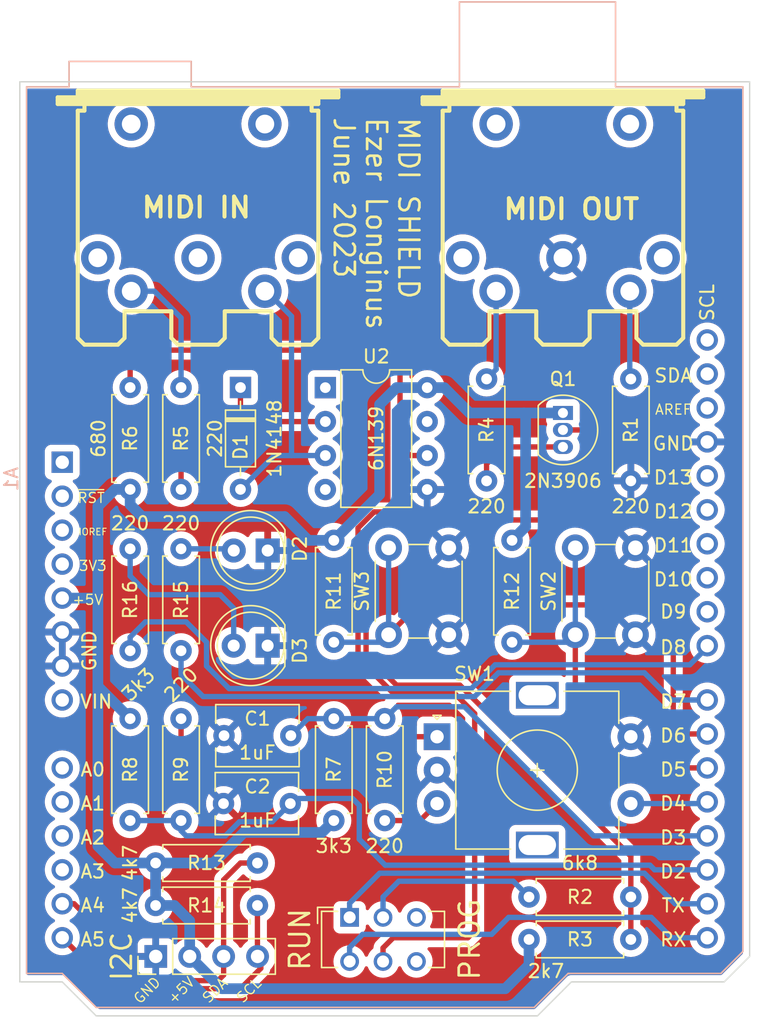
<source format=kicad_pcb>
(kicad_pcb (version 20211014) (generator pcbnew)
  (layers (0 "F.Cu" signal) (31 "B.Cu" signal) (34 "B.Paste" user) (35 "F.Paste" user) (36 "B.SilkS" user "B.Silkscreen") (37 "F.SilkS" user "F.Silkscreen") (38 "B.Mask" user) (39 "F.Mask" user) (44 "Edge.Cuts" user))
  (net 0 "")
  (net 1 "GND")
  (net 2 "+5V")
  (net 5 "Net-(J2-Pad5)")
  (net 8 "Net-(J2-Pad4)")
  (net 9 "Net-(Q1-Pad2)")
  (net 10 "Net-(Q1-Pad3)")
  (net 11 "Net-(D1-Pad1)")
  (net 12 "Net-(D1-Pad2)")
  (net 14 "Net-(J3-Pad4)")
  (net 20 "D3")
  (net 21 "D2")
  (net 24 "D4")
  (net 31 "D5")
  (net 32 "D6")
  (net 40 "Net-(R9-Pad2)")
  (net 41 "Net-(R10-Pad2)")
  (net 42 "SDA")
  (net 43 "SCL")
  (net 44 "RX")
  (net 45 "TX")
  (net 46 "Net-(R2-Pad1)")
  (net 47 "Net-(R6-Pad1)")
  (net 50 "Net-(D2-Pad2)")
  (net 51 "Net-(D3-Pad2)")
  (net 52 "D7")
  (net 53 "D8")
  (footprint "LED_THT:LED_D5.0mm" (layer "F.Cu") (at 140.467 90.932 180)
    (fp_text reference "D2" (at -2.408 0.127 90) (layer "F.SilkS"))
    (fp_text value "LED")
    (pad "1" thru_hole rect (at 0 0 180) (size 1.8 1.8) (drill 0.9) (layers *.Cu *.Mask) (net 1 "GND"))
    (pad "2" thru_hole circle (at 2.54 0 180) (size 1.8 1.8) (drill 0.9) (layers *.Cu *.Mask) (net 50 "Net-(D2-Pad2)"))
  )
  (footprint "Rotary_Encoder:RotaryEncoder_Alps_EC11E-Switch_Vertical_H20mm" (layer "F.Cu") (at 153.14 104.855)
    (fp_text reference "SW1" (at 2.8 -4.7) (layer "F.SilkS"))
    (fp_text value "RotaryEncoder_Switch")
    (pad "A" thru_hole rect (at 0 0) (size 2 2) (drill 1) (layers *.Cu *.Mask) (net 40 "Net-(R9-Pad2)"))
    (pad "B" thru_hole circle (at 0 5) (size 2 2) (drill 1) (layers *.Cu *.Mask) (net 41 "Net-(R10-Pad2)"))
    (pad "C" thru_hole circle (at 0 2.5) (size 2 2) (drill 1) (layers *.Cu *.Mask) (net 1 "GND"))
    (pad "MP" thru_hole rect (at 7.5 8.1) (size 3.2 2) (drill oval 2.8 1.5) (layers *.Cu *.Mask))
    (pad "MP" thru_hole rect (at 7.5 -3.1) (size 3.2 2) (drill oval 2.8 1.5) (layers *.Cu *.Mask))
    (pad "S1" thru_hole circle (at 14.5 5) (size 2 2) (drill 1) (layers *.Cu *.Mask) (net 24 "D4"))
    (pad "S2" thru_hole circle (at 14.5 0) (size 2 2) (drill 1) (layers *.Cu *.Mask) (net 1 "GND"))
  )
  (footprint "Resistor_THT:R_Axial_DIN0207_L6.3mm_D2.5mm_P7.62mm_Horizontal" (layer "F.Cu") (at 145.415 103.505 -90)
    (fp_text reference "R7" (at 3.81 0 90) (layer "F.SilkS"))
    (fp_text value "3k3" (at 9.525 0 180) (layer "F.SilkS"))
    (pad "1" thru_hole circle (at 0 0 270) (size 1.6 1.6) (drill 0.8) (layers *.Cu *.Mask) (net 20 "D3"))
    (pad "2" thru_hole oval (at 7.62 0 270) (size 1.6 1.6) (drill 0.8) (layers *.Cu *.Mask) (net 2 "+5V"))
  )
  (footprint "Resistor_THT:R_Axial_DIN0207_L6.3mm_D2.5mm_P7.62mm_Horizontal" (layer "F.Cu") (at 130.175 98.425 90)
    (fp_text reference "R16" (at 3.81 0 90) (layer "F.SilkS"))
    (fp_text value "220" (at 9.525 0 180) (layer "F.SilkS"))
    (pad "1" thru_hole circle (at 0 0 90) (size 1.6 1.6) (drill 0.8) (layers *.Cu *.Mask) (net 53 "D8"))
    (pad "2" thru_hole oval (at 7.62 0 90) (size 1.6 1.6) (drill 0.8) (layers *.Cu *.Mask) (net 51 "Net-(D3-Pad2)"))
  )
  (footprint "Resistor_THT:R_Axial_DIN0207_L6.3mm_D2.5mm_P7.62mm_Horizontal" (layer "F.Cu") (at 133.985 78.74 -90)
    (fp_text reference "R5" (at 3.81 0 90) (layer "F.SilkS"))
    (fp_text value "220" (at 3.81 -2.54 90) (layer "F.SilkS"))
    (pad "1" thru_hole circle (at 0 0 270) (size 1.6 1.6) (drill 0.8) (layers *.Cu *.Mask) (net 14 "Net-(J3-Pad4)"))
    (pad "2" thru_hole oval (at 7.62 0 270) (size 1.6 1.6) (drill 0.8) (layers *.Cu *.Mask) (net 11 "Net-(D1-Pad1)"))
  )
  (footprint "Button_Switch_THT:SW_PUSH_6mm" (layer "F.Cu") (at 149.515 97.23 90)
    (fp_text reference "SW3" (at 3.25 -2 90) (layer "F.SilkS"))
    (fp_text value "SW_Push")
    (pad "1" thru_hole circle (at 0 0 180) (size 2 2) (drill 1.1) (layers *.Cu *.Mask) (net 32 "D6"))
    (pad "1" thru_hole circle (at 6.5 0 180) (size 2 2) (drill 1.1) (layers *.Cu *.Mask) (net 32 "D6"))
    (pad "2" thru_hole circle (at 6.5 4.5 180) (size 2 2) (drill 1.1) (layers *.Cu *.Mask) (net 1 "GND"))
    (pad "2" thru_hole circle (at 0 4.5 180) (size 2 2) (drill 1.1) (layers *.Cu *.Mask) (net 1 "GND"))
  )
  (footprint "w_conn_av:din-5" (layer "F.Cu") (at 135.255 66.04 180)
    (fp_text reference "J3")
    (fp_text value "MIDI IN" (at 0.127 0.762) (layer "F.SilkS") (effects (font (size 1.5 1.5) (thickness 0.3))))
    (pad "1" thru_hole circle locked (at 7.5 -3 180) (size 2.5 2.5) (drill 1.4) (layers *.Cu *.Mask))
    (pad "2" thru_hole circle locked (at 0 -3 180) (size 2.5 2.5) (drill 1.4) (layers *.Cu *.Mask))
    (pad "3" thru_hole circle locked (at -7.5 -3 180) (size 2.5 2.5) (drill 1.4) (layers *.Cu *.Mask))
    (pad "4" thru_hole circle locked (at 5 -5.5 180) (size 2.5 2.5) (drill 1.4) (layers *.Cu *.Mask) (net 14 "Net-(J3-Pad4)"))
    (pad "5" thru_hole circle locked (at -5 -5.5 180) (size 2.5 2.5) (drill 1.4) (layers *.Cu *.Mask) (net 12 "Net-(D1-Pad2)"))
    (pad "6" thru_hole circle locked (at 5 7 180) (size 2.5 2.5) (drill 1.4) (layers *.Cu *.Mask))
    (pad "6" thru_hole circle locked (at -5 7 180) (size 2.5 2.5) (drill 1.4) (layers *.Cu *.Mask))
  )
  (footprint "Capacitor_THT:C_Disc_D6.0mm_W4.4mm_P5.00mm" (layer "F.Cu") (at 142.2 104.775 180)
    (fp_text reference "C1" (at 2.5 1.27) (layer "F.SilkS"))
    (fp_text value "1uF" (at 2.5 -1.27) (layer "F.SilkS"))
    (pad "1" thru_hole circle (at 0 0 180) (size 1.6 1.6) (drill 0.8) (layers *.Cu *.Mask) (net 20 "D3"))
    (pad "2" thru_hole circle (at 5 0 180) (size 1.6 1.6) (drill 0.8) (layers *.Cu *.Mask) (net 1 "GND"))
  )
  (footprint "Resistor_THT:R_Axial_DIN0207_L6.3mm_D2.5mm_P7.62mm_Horizontal" (layer "F.Cu") (at 133.985 98.425 90)
    (fp_text reference "R15" (at 3.81 0 90) (layer "F.SilkS"))
    (fp_text value "220" (at 9.525 0 180) (layer "F.SilkS"))
    (pad "1" thru_hole circle (at 0 0 90) (size 1.6 1.6) (drill 0.8) (layers *.Cu *.Mask) (net 52 "D7"))
    (pad "2" thru_hole oval (at 7.62 0 90) (size 1.6 1.6) (drill 0.8) (layers *.Cu *.Mask) (net 50 "Net-(D2-Pad2)"))
  )
  (footprint "Resistor_THT:R_Axial_DIN0207_L6.3mm_D2.5mm_P7.62mm_Horizontal" (layer "F.Cu") (at 133.985 111.125 90)
    (fp_text reference "R9" (at 3.81 0 90) (layer "F.SilkS"))
    (fp_text value "220" (at 10.16 0 225) (layer "F.SilkS"))
    (pad "1" thru_hole circle (at 0 0 90) (size 1.6 1.6) (drill 0.8) (layers *.Cu *.Mask) (net 21 "D2"))
    (pad "2" thru_hole oval (at 7.62 0 90) (size 1.6 1.6) (drill 0.8) (layers *.Cu *.Mask) (net 40 "Net-(R9-Pad2)"))
  )
  (footprint "Button_Switch_THT:SW_PUSH_6mm" (layer "F.Cu") (at 163.485 97.23 90)
    (fp_text reference "SW2" (at 3.25 -2 90) (layer "F.SilkS"))
    (fp_text value "SW_Push")
    (pad "1" thru_hole circle (at 0 0 180) (size 2 2) (drill 1.1) (layers *.Cu *.Mask) (net 31 "D5"))
    (pad "1" thru_hole circle (at 6.5 0 180) (size 2 2) (drill 1.1) (layers *.Cu *.Mask) (net 31 "D5"))
    (pad "2" thru_hole circle (at 0 4.5 180) (size 2 2) (drill 1.1) (layers *.Cu *.Mask) (net 1 "GND"))
    (pad "2" thru_hole circle (at 6.5 4.5 180) (size 2 2) (drill 1.1) (layers *.Cu *.Mask) (net 1 "GND"))
  )
  (footprint "Resistor_THT:R_Axial_DIN0207_L6.3mm_D2.5mm_P7.62mm_Horizontal" (layer "F.Cu") (at 160.02 120.015)
    (fp_text reference "R3" (at 3.81 0) (layer "F.SilkS"))
    (fp_text value "2k7" (at 1.27 2.37) (layer "F.SilkS"))
    (pad "1" thru_hole circle (at 0 0) (size 1.6 1.6) (drill 0.8) (layers *.Cu *.Mask) (net 2 "+5V"))
    (pad "2" thru_hole oval (at 7.62 0) (size 1.6 1.6) (drill 0.8) (layers *.Cu *.Mask) (net 9 "Net-(Q1-Pad2)"))
  )
  (footprint "Resistor_THT:R_Axial_DIN0207_L6.3mm_D2.5mm_P7.62mm_Horizontal" (layer "F.Cu") (at 139.7 114.3 180)
    (fp_text reference "R13" (at 3.81 0) (layer "F.SilkS"))
    (fp_text value "4k7" (at 9.525 0 90) (layer "F.SilkS"))
    (pad "1" thru_hole circle (at 0 0 180) (size 1.6 1.6) (drill 0.8) (layers *.Cu *.Mask) (net 42 "SDA"))
    (pad "2" thru_hole oval (at 7.62 0 180) (size 1.6 1.6) (drill 0.8) (layers *.Cu *.Mask) (net 2 "+5V"))
  )
  (footprint "Resistor_THT:R_Axial_DIN0207_L6.3mm_D2.5mm_P7.62mm_Horizontal" (layer "F.Cu") (at 145.415 97.79 90)
    (fp_text reference "R11" (at 3.81 0 90) (layer "F.SilkS"))
    (fp_text value "10k")
    (pad "1" thru_hole circle (at 0 0 90) (size 1.6 1.6) (drill 0.8) (layers *.Cu *.Mask) (net 32 "D6"))
    (pad "2" thru_hole oval (at 7.62 0 90) (size 1.6 1.6) (drill 0.8) (layers *.Cu *.Mask) (net 2 "+5V"))
  )
  (footprint "Capacitor_THT:C_Disc_D6.0mm_W4.4mm_P5.00mm" (layer "F.Cu") (at 142.16 109.855 180)
    (fp_text reference "C2" (at 2.46 1.27) (layer "F.SilkS"))
    (fp_text value "1uF" (at 2.46 -1.27) (layer "F.SilkS"))
    (pad "1" thru_hole circle (at 0 0 180) (size 1.6 1.6) (drill 0.8) (layers *.Cu *.Mask) (net 21 "D2"))
    (pad "2" thru_hole circle (at 5 0 180) (size 1.6 1.6) (drill 0.8) (layers *.Cu *.Mask) (net 1 "GND"))
  )
  (footprint "Resistor_THT:R_Axial_DIN0207_L6.3mm_D2.5mm_P7.62mm_Horizontal" (layer "F.Cu") (at 167.64 78.105 -90)
    (fp_text reference "R1" (at 3.81 0 90) (layer "F.SilkS"))
    (fp_text value "220" (at 9.525 0 180) (layer "F.SilkS"))
    (pad "1" thru_hole circle (at 0 0 270) (size 1.6 1.6) (drill 0.8) (layers *.Cu *.Mask) (net 5 "Net-(J2-Pad5)"))
    (pad "2" thru_hole oval (at 7.62 0 270) (size 1.6 1.6) (drill 0.8) (layers *.Cu *.Mask) (net 1 "GND"))
  )
  (footprint "Resistor_THT:R_Axial_DIN0207_L6.3mm_D2.5mm_P7.62mm_Horizontal" (layer "F.Cu") (at 139.7 117.475 180)
    (fp_text reference "R14" (at 3.81 0) (layer "F.SilkS"))
    (fp_text value "4k7" (at 9.525 0 90) (layer "F.SilkS"))
    (pad "1" thru_hole circle (at 0 0 180) (size 1.6 1.6) (drill 0.8) (layers *.Cu *.Mask) (net 43 "SCL"))
    (pad "2" thru_hole oval (at 7.62 0 180) (size 1.6 1.6) (drill 0.8) (layers *.Cu *.Mask) (net 2 "+5V"))
  )
  (footprint "Package_TO_SOT_THT:TO-92_Inline" (layer "F.Cu") (at 162.56 80.645 -90)
    (fp_text reference "Q1" (at -2.54 0 180) (layer "F.SilkS"))
    (fp_text value "2N3906" (at 5.08 0 180) (layer "F.SilkS"))
    (pad "1" thru_hole rect (at 0 0 270) (size 1.05 1.5) (drill 0.75) (layers *.Cu *.Mask) (net 2 "+5V"))
    (pad "2" thru_hole oval (at 1.27 0 270) (size 1.05 1.5) (drill 0.75) (layers *.Cu *.Mask) (net 9 "Net-(Q1-Pad2)"))
    (pad "3" thru_hole oval (at 2.54 0 270) (size 1.05 1.5) (drill 0.75) (layers *.Cu *.Mask) (net 10 "Net-(Q1-Pad3)"))
  )
  (footprint "Resistor_THT:R_Axial_DIN0207_L6.3mm_D2.5mm_P7.62mm_Horizontal" (layer "F.Cu") (at 130.175 78.74 -90)
    (fp_text reference "R6" (at 3.81 0 90) (layer "F.SilkS"))
    (fp_text value "680" (at 3.81 2.37 90) (layer "F.SilkS"))
    (pad "1" thru_hole circle (at 0 0 270) (size 1.6 1.6) (drill 0.8) (layers *.Cu *.Mask) (net 47 "Net-(R6-Pad1)"))
    (pad "2" thru_hole oval (at 7.62 0 270) (size 1.6 1.6) (drill 0.8) (layers *.Cu *.Mask) (net 2 "+5V"))
  )
  (footprint "LED_THT:LED_D5.0mm" (layer "F.Cu") (at 140.462 98.044 180)
    (fp_text reference "D3" (at -2.413 -0.381 90) (layer "F.SilkS"))
    (fp_text value "LED")
    (pad "1" thru_hole rect (at 0 0 180) (size 1.8 1.8) (drill 0.9) (layers *.Cu *.Mask) (net 1 "GND"))
    (pad "2" thru_hole circle (at 2.54 0 180) (size 1.8 1.8) (drill 0.9) (layers *.Cu *.Mask) (net 51 "Net-(D3-Pad2)"))
  )
  (footprint "w_conn_av:din-5" (layer "F.Cu") (at 162.56 66.04 180)
    (fp_text reference "J2")
    (fp_text value "MIDI OUT" (at -0.635 0.635) (layer "F.SilkS") (effects (font (size 1.5 1.5) (thickness 0.3))))
    (pad "1" thru_hole circle locked (at 7.5 -3 180) (size 2.5 2.5) (drill 1.4) (layers *.Cu *.Mask))
    (pad "2" thru_hole circle locked (at 0 -3 180) (size 2.5 2.5) (drill 1.4) (layers *.Cu *.Mask) (net 1 "GND"))
    (pad "3" thru_hole circle locked (at -7.5 -3 180) (size 2.5 2.5) (drill 1.4) (layers *.Cu *.Mask))
    (pad "4" thru_hole circle locked (at 5 -5.5 180) (size 2.5 2.5) (drill 1.4) (layers *.Cu *.Mask) (net 8 "Net-(J2-Pad4)"))
    (pad "5" thru_hole circle locked (at -5 -5.5 180) (size 2.5 2.5) (drill 1.4) (layers *.Cu *.Mask) (net 5 "Net-(J2-Pad5)"))
    (pad "6" thru_hole circle locked (at -5 7 180) (size 2.5 2.5) (drill 1.4) (layers *.Cu *.Mask))
    (pad "6" thru_hole circle locked (at 5 7 180) (size 2.5 2.5) (drill 1.4) (layers *.Cu *.Mask))
  )
  (footprint "Package_DIP:DIP-8_W7.62mm" (layer "F.Cu") (at 144.78 78.75)
    (fp_text reference "U2" (at 3.81 -2.33) (layer "F.SilkS"))
    (fp_text value "6N139" (at 3.81 3.8 90) (layer "F.SilkS"))
    (pad "1" thru_hole rect (at 0 0) (size 1.6 1.6) (drill 0.8) (layers *.Cu *.Mask))
    (pad "2" thru_hole oval (at 0 2.54) (size 1.6 1.6) (drill 0.8) (layers *.Cu *.Mask) (net 11 "Net-(D1-Pad1)"))
    (pad "3" thru_hole oval (at 0 5.08) (size 1.6 1.6) (drill 0.8) (layers *.Cu *.Mask) (net 12 "Net-(D1-Pad2)"))
    (pad "4" thru_hole oval (at 0 7.62) (size 1.6 1.6) (drill 0.8) (layers *.Cu *.Mask))
    (pad "5" thru_hole oval (at 7.62 7.62) (size 1.6 1.6) (drill 0.8) (layers *.Cu *.Mask) (net 1 "GND"))
    (pad "6" thru_hole oval (at 7.62 5.08) (size 1.6 1.6) (drill 0.8) (layers *.Cu *.Mask) (net 47 "Net-(R6-Pad1)"))
    (pad "7" thru_hole oval (at 7.62 2.54) (size 1.6 1.6) (drill 0.8) (layers *.Cu *.Mask))
    (pad "8" thru_hole oval (at 7.62 0) (size 1.6 1.6) (drill 0.8) (layers *.Cu *.Mask) (net 2 "+5V"))
  )
  (footprint "Diode_THT:D_DO-35_SOD27_P7.62mm_Horizontal" (layer "F.Cu") (at 138.43 78.74 -90)
    (fp_text reference "D1" (at 4.445 0 90) (layer "F.SilkS"))
    (fp_text value "1N4148" (at 3.81 -2.54 90) (layer "F.SilkS"))
    (pad "1" thru_hole rect (at 0 0 270) (size 1.6 1.6) (drill 0.8) (layers *.Cu *.Mask) (net 11 "Net-(D1-Pad1)"))
    (pad "2" thru_hole oval (at 7.62 0 270) (size 1.6 1.6) (drill 0.8) (layers *.Cu *.Mask) (net 12 "Net-(D1-Pad2)"))
  )
  (footprint "Resistor_THT:R_Axial_DIN0207_L6.3mm_D2.5mm_P7.62mm_Horizontal" (layer "F.Cu") (at 149.225 103.505 -90)
    (fp_text reference "R10" (at 3.81 0 90) (layer "F.SilkS"))
    (fp_text value "220" (at 9.525 0 180) (layer "F.SilkS"))
    (pad "1" thru_hole circle (at 0 0 270) (size 1.6 1.6) (drill 0.8) (layers *.Cu *.Mask) (net 20 "D3"))
    (pad "2" thru_hole oval (at 7.62 0 270) (size 1.6 1.6) (drill 0.8) (layers *.Cu *.Mask) (net 41 "Net-(R10-Pad2)"))
  )
  (footprint "Resistor_THT:R_Axial_DIN0207_L6.3mm_D2.5mm_P7.62mm_Horizontal" (layer "F.Cu") (at 158.75 97.79 90)
    (fp_text reference "R12" (at 3.81 0 90) (layer "F.SilkS"))
    (fp_text value "10k")
    (pad "1" thru_hole circle (at 0 0 90) (size 1.6 1.6) (drill 0.8) (layers *.Cu *.Mask) (net 31 "D5"))
    (pad "2" thru_hole oval (at 7.62 0 90) (size 1.6 1.6) (drill 0.8) (layers *.Cu *.Mask) (net 2 "+5V"))
  )
  (footprint "Resistor_THT:R_Axial_DIN0207_L6.3mm_D2.5mm_P7.62mm_Horizontal" (layer "F.Cu") (at 156.845 85.725 90)
    (fp_text reference "R4" (at 3.81 0 90) (layer "F.SilkS"))
    (fp_text value "220" (at -1.905 0 180) (layer "F.SilkS"))
    (pad "1" thru_hole circle (at 0 0 90) (size 1.6 1.6) (drill 0.8) (layers *.Cu *.Mask) (net 10 "Net-(Q1-Pad3)"))
    (pad "2" thru_hole oval (at 7.62 0 90) (size 1.6 1.6) (drill 0.8) (layers *.Cu *.Mask) (net 8 "Net-(J2-Pad4)"))
  )
  (footprint "Resistor_THT:R_Axial_DIN0207_L6.3mm_D2.5mm_P7.62mm_Horizontal" (layer "F.Cu") (at 160.02 116.84)
    (fp_text reference "R2" (at 3.81 0) (layer "F.SilkS"))
    (fp_text value "6k8" (at 3.81 -2.54) (layer "F.SilkS"))
    (pad "1" thru_hole circle (at 0 0) (size 1.6 1.6) (drill 0.8) (layers *.Cu *.Mask) (net 46 "Net-(R2-Pad1)"))
    (pad "2" thru_hole oval (at 7.62 0) (size 1.6 1.6) (drill 0.8) (layers *.Cu *.Mask) (net 9 "Net-(Q1-Pad2)"))
  )
  (footprint "Connector_PinHeader_2.54mm:PinHeader_1x04_P2.54mm_Vertical" (layer "F.Cu") (at 132.09 121.285 90)
    (fp_text reference "J4")
    (fp_text value "I2C" (at 0 -2.55 90) (layer "F.SilkS") (effects (font (size 1.5 1.5) (thickness 0.2))))
    (pad "1" thru_hole rect (at 0 0 90) (size 1.7 1.7) (drill 1) (layers *.Cu *.Mask) (net 1 "GND"))
    (pad "2" thru_hole oval (at 0 2.54 90) (size 1.7 1.7) (drill 1) (layers *.Cu *.Mask) (net 2 "+5V"))
    (pad "3" thru_hole oval (at 0 5.08 90) (size 1.7 1.7) (drill 1) (layers *.Cu *.Mask) (net 42 "SDA"))
    (pad "4" thru_hole oval (at 0 7.62 90) (size 1.7 1.7) (drill 1) (layers *.Cu *.Mask) (net 43 "SCL"))
  )
  (footprint "Resistor_THT:R_Axial_DIN0207_L6.3mm_D2.5mm_P7.62mm_Horizontal" (layer "F.Cu") (at 130.175 111.125 90)
    (fp_text reference "R8" (at 3.81 0 90) (layer "F.SilkS"))
    (fp_text value "3k3" (at 10.16 0.635 225) (layer "F.SilkS"))
    (pad "1" thru_hole circle (at 0 0 90) (size 1.6 1.6) (drill 0.8) (layers *.Cu *.Mask) (net 21 "D2"))
    (pad "2" thru_hole oval (at 7.62 0 90) (size 1.6 1.6) (drill 0.8) (layers *.Cu *.Mask) (net 2 "+5V"))
  )
  (footprint "Button_Switch_THT:SW_CuK_JS202011CQN_DPDT_Straight" (layer "F.Cu") (at 146.598 118.364)
    (fp_text reference "SW4")
    (fp_text value "SW_DPDT_x2")
    (pad "1" thru_hole rect (at 0 0) (size 1.4 1.4) (drill 0.9) (layers *.Cu *.Mask) (net 45 "TX"))
    (pad "2" thru_hole circle (at 2.5 0) (size 1.4 1.4) (drill 0.9) (layers *.Cu *.Mask) (net 46 "Net-(R2-Pad1)"))
    (pad "3" thru_hole circle (at 5 0) (size 1.4 1.4) (drill 0.9) (layers *.Cu *.Mask))
    (pad "4" thru_hole circle (at 0 3.3) (size 1.4 1.4) (drill 0.9) (layers *.Cu *.Mask) (net 44 "RX"))
    (pad "5" thru_hole circle (at 2.5 3.3) (size 1.4 1.4) (drill 0.9) (layers *.Cu *.Mask) (net 47 "Net-(R6-Pad1)"))
    (pad "6" thru_hole circle (at 5 3.3) (size 1.4 1.4) (drill 0.9) (layers *.Cu *.Mask))
  )
  (footprint "Module:Arduino_UNO_R3" (layer "B.Cu") (at 125.095 84.328 -90)
    (fp_text reference "A1" (at 1.27 3.81 90) (layer "B.SilkS") (effects (justify mirror)))
    (fp_text value "Arduino_UNO_R3")
    (pad "1" thru_hole rect (at 0 0 180) (size 1.6 1.6) (drill 1) (layers *.Cu *.Mask))
    (pad "2" thru_hole oval (at 2.54 0 180) (size 1.6 1.6) (drill 1) (layers *.Cu *.Mask))
    (pad "3" thru_hole oval (at 5.08 0 180) (size 1.6 1.6) (drill 1) (layers *.Cu *.Mask))
    (pad "4" thru_hole oval (at 7.62 0 180) (size 1.6 1.6) (drill 1) (layers *.Cu *.Mask))
    (pad "5" thru_hole oval (at 10.16 0 180) (size 1.6 1.6) (drill 1) (layers *.Cu *.Mask) (net 2 "+5V"))
    (pad "6" thru_hole oval (at 12.7 0 180) (size 1.6 1.6) (drill 1) (layers *.Cu *.Mask) (net 1 "GND"))
    (pad "7" thru_hole oval (at 15.24 0 180) (size 1.6 1.6) (drill 1) (layers *.Cu *.Mask) (net 1 "GND"))
    (pad "8" thru_hole oval (at 17.78 0 180) (size 1.6 1.6) (drill 1) (layers *.Cu *.Mask))
    (pad "9" thru_hole oval (at 22.86 0 180) (size 1.6 1.6) (drill 1) (layers *.Cu *.Mask))
    (pad "10" thru_hole oval (at 25.4 0 180) (size 1.6 1.6) (drill 1) (layers *.Cu *.Mask))
    (pad "11" thru_hole oval (at 27.94 0 180) (size 1.6 1.6) (drill 1) (layers *.Cu *.Mask))
    (pad "12" thru_hole oval (at 30.48 0 180) (size 1.6 1.6) (drill 1) (layers *.Cu *.Mask))
    (pad "13" thru_hole oval (at 33.02 0 180) (size 1.6 1.6) (drill 1) (layers *.Cu *.Mask) (net 42 "SDA"))
    (pad "14" thru_hole oval (at 35.56 0 180) (size 1.6 1.6) (drill 1) (layers *.Cu *.Mask) (net 43 "SCL"))
    (pad "15" thru_hole oval (at 35.56 -48.26 180) (size 1.6 1.6) (drill 1) (layers *.Cu *.Mask) (net 44 "RX"))
    (pad "16" thru_hole oval (at 33.02 -48.26 180) (size 1.6 1.6) (drill 1) (layers *.Cu *.Mask) (net 45 "TX"))
    (pad "17" thru_hole oval (at 30.48 -48.26 180) (size 1.6 1.6) (drill 1) (layers *.Cu *.Mask) (net 21 "D2"))
    (pad "18" thru_hole oval (at 27.94 -48.26 180) (size 1.6 1.6) (drill 1) (layers *.Cu *.Mask) (net 20 "D3"))
    (pad "19" thru_hole oval (at 25.4 -48.26 180) (size 1.6 1.6) (drill 1) (layers *.Cu *.Mask) (net 24 "D4"))
    (pad "20" thru_hole oval (at 22.86 -48.26 180) (size 1.6 1.6) (drill 1) (layers *.Cu *.Mask) (net 31 "D5"))
    (pad "21" thru_hole oval (at 20.32 -48.26 180) (size 1.6 1.6) (drill 1) (layers *.Cu *.Mask) (net 32 "D6"))
    (pad "22" thru_hole oval (at 17.78 -48.26 180) (size 1.6 1.6) (drill 1) (layers *.Cu *.Mask) (net 52 "D7"))
    (pad "23" thru_hole oval (at 13.72 -48.26 180) (size 1.6 1.6) (drill 1) (layers *.Cu *.Mask) (net 53 "D8"))
    (pad "24" thru_hole oval (at 11.18 -48.26 180) (size 1.6 1.6) (drill 1) (layers *.Cu *.Mask))
    (pad "25" thru_hole oval (at 8.64 -48.26 180) (size 1.6 1.6) (drill 1) (layers *.Cu *.Mask))
    (pad "26" thru_hole oval (at 6.1 -48.26 180) (size 1.6 1.6) (drill 1) (layers *.Cu *.Mask))
    (pad "27" thru_hole oval (at 3.56 -48.26 180) (size 1.6 1.6) (drill 1) (layers *.Cu *.Mask))
    (pad "28" thru_hole oval (at 1.02 -48.26 180) (size 1.6 1.6) (drill 1) (layers *.Cu *.Mask))
    (pad "29" thru_hole oval (at -1.52 -48.26 180) (size 1.6 1.6) (drill 1) (layers *.Cu *.Mask) (net 1 "GND"))
    (pad "30" thru_hole oval (at -4.06 -48.26 180) (size 1.6 1.6) (drill 1) (layers *.Cu *.Mask))
    (pad "31" thru_hole oval (at -6.6 -48.26 180) (size 1.6 1.6) (drill 1) (layers *.Cu *.Mask))
    (pad "32" thru_hole oval (at -9.14 -48.26 180) (size 1.6 1.6) (drill 1) (layers *.Cu *.Mask))
  )
  (gr_line (start 176.53 121.285) (end 174.625 123.19) (layer "Edge.Cuts") (width 0.1))
  (gr_line (start 163.195 123.19) (end 160.655 125.73) (layer "Edge.Cuts") (width 0.1))
  (gr_line (start 160.655 125.73) (end 127.635 125.73) (layer "Edge.Cuts") (width 0.1))
  (gr_line (start 121.92 55.88) (end 176.53 55.88) (layer "Edge.Cuts") (width 0.1))
  (gr_line (start 174.625 123.19) (end 163.195 123.19) (layer "Edge.Cuts") (width 0.1))
  (gr_line (start 125.095 123.19) (end 121.92 123.19) (layer "Edge.Cuts") (width 0.1))
  (gr_line (start 176.53 55.88) (end 176.53 121.285) (layer "Edge.Cuts") (width 0.1))
  (gr_line (start 127.635 125.73) (end 125.095 123.19) (layer "Edge.Cuts") (width 0.1))
  (gr_line (start 121.92 123.19) (end 121.92 55.88) (layer "Edge.Cuts") (width 0.1))
  (gr_text "SDA" (at 170.815 77.851) (layer "F.SilkS") (effects (font (size 1 1))))
  (gr_text "GND" (at 131.445 123.825 45) (layer "F.SilkS") (effects (font (size 0.75 0.75) (thickness 0.1))))
  (gr_text "D4" (at 170.815 109.855) (layer "F.SilkS") (effects (font (size 1 1))))
  (gr_text "IOREF" (at 127.381 89.535) (layer "F.SilkS") (effects (font (size 0.5 0.5) (thickness 0.075))))
  (gr_text "PROG" (at 155.575 120.015 90) (layer "F.SilkS") (effects (font (size 1.5 1.5) (thickness 0.2))))
  (gr_text "SCL" (at 173.355 72.39 90) (layer "F.SilkS") (effects (font (size 1 1))))
  (gr_text "D9" (at 170.815 95.504) (layer "F.SilkS") (effects (font (size 1 1))))
  (gr_text "A5" (at 127.381 120.015) (layer "F.SilkS") (effects (font (size 1 1))))
  (gr_text "A1" (at 127.381 109.855) (layer "F.SilkS") (effects (font (size 1 1))))
  (gr_text "GND" (at 170.815 82.931) (layer "F.SilkS") (effects (font (size 1 1))))
  (gr_text "MIDI SHIELD\nEzer Longinus\nJune 2023" (at 148.59 58.42 270) (layer "F.SilkS") (effects (font (size 1.5 1.5) (thickness 0.2)) (justify left)))
  (gr_text "+5V" (at 127 94.615) (layer "F.SilkS") (effects (font (size 0.75 0.75) (thickness 0.1))))
  (gr_text "D8" (at 170.815 98.171) (layer "F.SilkS") (effects (font (size 1 1))))
  (gr_text "RX\n" (at 170.815 120.015) (layer "F.SilkS") (effects (font (size 1 1))))
  (gr_text "~{RST}" (at 127.254 86.995) (layer "F.SilkS") (effects (font (size 0.75 0.75) (thickness 0.1))))
  (gr_text "GND" (at 127.127 98.425 90) (layer "F.SilkS") (effects (font (size 1 1))))
  (gr_text "A0" (at 127.381 107.315) (layer "F.SilkS") (effects (font (size 1 1))))
  (gr_text "SDA" (at 136.525 123.825 45) (layer "F.SilkS") (effects (font (size 0.75 0.75) (thickness 0.1))))
  (gr_text "D5" (at 170.815 107.315) (layer "F.SilkS") (effects (font (size 1 1))))
  (gr_text "AREF" (at 170.815 80.391) (layer "F.SilkS") (effects (font (size 0.75 0.75) (thickness 0.1))))
  (gr_text "RUN" (at 142.875 120.015 90) (layer "F.SilkS") (effects (font (size 1.5 1.5) (thickness 0.2))))
  (gr_text "A3" (at 127.381 114.935) (layer "F.SilkS") (effects (font (size 1 1))))
  (gr_text "D2" (at 170.815 114.935) (layer "F.SilkS") (effects (font (size 1 1))))
  (gr_text "+5V" (at 133.985 123.825 45) (layer "F.SilkS") (effects (font (size 0.75 0.75) (thickness 0.1))))
  (gr_text "D6" (at 170.815 104.775) (layer "F.SilkS") (effects (font (size 1 1))))
  (gr_text "A4" (at 127.381 117.475) (layer "F.SilkS") (effects (font (size 1 1))))
  (gr_text "D10" (at 170.815 93.091) (layer "F.SilkS") (effects (font (size 1 1))))
  (gr_text "VIN" (at 127.635 102.235) (layer "F.SilkS") (effects (font (size 1 1))))
  (gr_text "D12" (at 170.815 88.011) (layer "F.SilkS") (effects (font (size 1 1))))
  (gr_text "SCL" (at 139.065 123.825 45) (layer "F.SilkS") (effects (font (size 0.75 0.75) (thickness 0.1))))
  (gr_text "TX" (at 170.815 117.475) (layer "F.SilkS") (effects (font (size 1 1))))
  (gr_text "A2" (at 127.381 112.395) (layer "F.SilkS") (effects (font (size 1 1))))
  (gr_text "D11" (at 170.815 90.551) (layer "F.SilkS") (effects (font (size 1 1))))
  (gr_text "D3" (at 170.815 112.395) (layer "F.SilkS") (effects (font (size 1 1))))
  (gr_text "3V3" (at 127.381 92.075) (layer "F.SilkS") (effects (font (size 0.75 0.75) (thickness 0.1))))
  (gr_text "D7" (at 170.815 102.235) (layer "F.SilkS") (effects (font (size 1 1))))
  (gr_text "D13" (at 170.815 85.471) (layer "F.SilkS") (effects (font (size 1 1))))
  (segment (start 150.104 78.75) (end 152.4 78.75) (width 0.8) (layer "B.Cu") (net 2))
  (segment (start 133.477 117.475) (end 134.63 118.628) (width 0.8) (layer "B.Cu") (net 2))
  (segment (start 131.064 88.392) (end 130.175 87.503) (width 0.8) (layer "B.Cu") (net 2))
  (segment (start 162.56 80.645) (end 159.639 80.645) (width 0.8) (layer "B.Cu") (net 2))
  (segment (start 145.415 90.17) (end 148.844 86.741) (width 0.8) (layer "B.Cu") (net 2))
  (segment (start 127.762 101.092) (end 127.762 113.03) (width 0.8) (layer "B.Cu") (net 2))
  (segment (start 159.766 89.154) (end 159.766 80.772) (width 0.8) (layer "B.Cu") (net 2))
  (segment (start 130.175 87.503) (end 130.175 86.36) (width 0.8) (layer "B.Cu") (net 2))
  (segment (start 136.398 114.3) (end 138.684 112.014) (width 0.8) (layer "B.Cu") (net 2))
  (segment (start 132.08 114.3) (end 136.398 114.3) (width 0.8) (layer "B.Cu") (net 2))
  (segment (start 138.684 112.014) (end 144.526 112.014) (width 0.8) (layer "B.Cu") (net 2))
  (segment (start 143.51 90.17) (end 141.732 88.392) (width 0.8) (layer "B.Cu") (net 2))
  (segment (start 127.762 87.63) (end 127.762 94.488) (width 0.8) (layer "B.Cu") (net 2))
  (segment (start 127.762 101.092) (end 130.175 103.505) (width 0.8) (layer "B.Cu") (net 2))
  (segment (start 160.02 120.015) (end 160.02 121.92) (width 0.8) (layer "B.Cu") (net 2))
  (segment (start 132.08 117.475) (end 132.08 114.3) (width 0.8) (layer "B.Cu") (net 2))
  (segment (start 159.639 80.645) (end 155.575 80.645) (width 0.8) (layer "B.Cu") (net 2))
  (segment (start 153.68 78.75) (end 152.4 78.75) (width 0.8) (layer "B.Cu") (net 2))
  (segment (start 134.63 118.628) (end 134.63 121.285) (width 0.8) (layer "B.Cu") (net 2))
  (segment (start 144.526 112.014) (end 145.415 111.125) (width 0.8) (layer "B.Cu") (net 2))
  (segment (start 129.032 114.3) (end 132.08 114.3) (width 0.8) (layer "B.Cu") (net 2))
  (segment (start 145.415 90.17) (end 143.51 90.17) (width 0.8) (layer "B.Cu") (net 2))
  (segment (start 127.762 94.488) (end 127.762 101.092) (width 0.8) (layer "B.Cu") (net 2))
  (segment (start 158.242 123.698) (end 137.043 123.698) (width 0.8) (layer "B.Cu") (net 2))
  (segment (start 125.095 94.488) (end 127.762 94.488) (width 0.8) (layer "B.Cu") (net 2))
  (segment (start 127.762 113.03) (end 129.032 114.3) (width 0.8) (layer "B.Cu") (net 2))
  (segment (start 160.02 121.92) (end 158.242 123.698) (width 0.8) (layer "B.Cu") (net 2))
  (segment (start 130.175 86.36) (end 129.032 86.36) (width 0.8) (layer "B.Cu") (net 2))
  (segment (start 132.08 117.475) (end 133.477 117.475) (width 0.8) (layer "B.Cu") (net 2))
  (segment (start 141.732 88.392) (end 131.064 88.392) (width 0.8) (layer "B.Cu") (net 2))
  (segment (start 158.75 90.17) (end 159.766 89.154) (width 0.8) (layer "B.Cu") (net 2))
  (segment (start 155.575 80.645) (end 153.68 78.75) (width 0.8) (layer "B.Cu") (net 2))
  (segment (start 159.766 80.772) (end 159.639 80.645) (width 0.8) (layer "B.Cu") (net 2))
  (segment (start 148.844 86.741) (end 148.844 80.01) (width 0.8) (layer "B.Cu") (net 2))
  (segment (start 148.844 80.01) (end 150.104 78.75) (width 0.8) (layer "B.Cu") (net 2))
  (segment (start 129.032 86.36) (end 127.762 87.63) (width 0.8) (layer "B.Cu") (net 2))
  (segment (start 137.043 123.698) (end 134.63 121.285) (width 0.8) (layer "B.Cu") (net 2))
  (segment (start 167.64 78.105) (end 167.64 77.47) (width 0.4) (layer "B.Cu") (net 5))
  (segment (start 167.56 71.54) (end 167.56 77.39) (width 0.4) (layer "B.Cu") (net 5))
  (segment (start 167.64 77.47) (end 167.56 77.39) (width 0.4) (layer "B.Cu") (net 5))
  (segment (start 157.56 77.39) (end 156.845 78.105) (width 0.4) (layer "B.Cu") (net 8))
  (segment (start 157.56 71.54) (end 157.56 77.39) (width 0.4) (layer "B.Cu") (net 8))
  (segment (start 162.814 88.646) (end 148.844 88.646) (width 0.4) (layer "F.Cu") (net 9))
  (segment (start 162.56 81.915) (end 163.957 81.915) (width 0.4) (layer "F.Cu") (net 9))
  (segment (start 163.957 81.915) (end 165.1 83.058) (width 0.4) (layer "F.Cu") (net 9))
  (segment (start 167.64 120.015) (end 167.64 116.84) (width 0.4) (layer "F.Cu") (net 9))
  (segment (start 147.828 98.719472) (end 150.108528 101) (width 0.4) (layer "F.Cu") (net 9))
  (segment (start 165.1 86.36) (end 162.814 88.646) (width 0.4) (layer "F.Cu") (net 9))
  (segment (start 148.844 88.646) (end 147.828 89.662) (width 0.4) (layer "F.Cu") (net 9))
  (segment (start 150.108528 101) (end 154.848 101) (width 0.4) (layer "F.Cu") (net 9))
  (segment (start 165.1 83.058) (end 165.1 86.36) (width 0.4) (layer "F.Cu") (net 9))
  (segment (start 154.848 101) (end 167.64 113.792) (width 0.4) (layer "F.Cu") (net 9))
  (segment (start 167.64 113.792) (end 167.64 116.84) (width 0.4) (layer "F.Cu") (net 9))
  (segment (start 147.828 89.662) (end 147.828 98.719472) (width 0.4) (layer "F.Cu") (net 9))
  (segment (start 156.845 84.455) (end 156.845 85.725) (width 0.4) (layer "F.Cu") (net 10))
  (segment (start 158.115 83.185) (end 156.845 84.455) (width 0.4) (layer "F.Cu") (net 10))
  (segment (start 162.56 83.185) (end 158.115 83.185) (width 0.4) (layer "F.Cu") (net 10))
  (segment (start 138.43 78.74) (end 138.43 81.046) (width 0.4) (layer "F.Cu") (net 11))
  (segment (start 138.674 81.29) (end 141.234 81.29) (width 0.4) (layer "F.Cu") (net 11))
  (segment (start 144.78 81.29) (end 141.234 81.29) (width 0.4) (layer "F.Cu") (net 11))
  (segment (start 133.985 83.947) (end 136.642 81.29) (width 0.4) (layer "F.Cu") (net 11))
  (segment (start 138.43 81.046) (end 138.674 81.29) (width 0.4) (layer "F.Cu") (net 11))
  (segment (start 133.985 86.36) (end 133.985 83.947) (width 0.4) (layer "F.Cu") (net 11))
  (segment (start 136.642 81.29) (end 138.674 81.29) (width 0.4) (layer "F.Cu") (net 11))
  (segment (start 142.25 83.83) (end 140.96 83.83) (width 0.4) (layer "B.Cu") (net 12))
  (segment (start 140.374 71.54) (end 142.25 73.416) (width 0.4) (layer "B.Cu") (net 12))
  (segment (start 140.255 71.54) (end 140.374 71.54) (width 0.4) (layer "B.Cu") (net 12))
  (segment (start 142.25 73.416) (end 142.25 83.83) (width 0.4) (layer "B.Cu") (net 12))
  (segment (start 142.484 83.83) (end 142.25 83.83) (width 0.4) (layer "B.Cu") (net 12))
  (segment (start 140.96 83.83) (end 138.43 86.36) (width 0.4) (layer "B.Cu") (net 12))
  (segment (start 144.78 83.83) (end 142.484 83.83) (width 0.4) (layer "B.Cu") (net 12))
  (segment (start 130.255 71.54) (end 131.992 71.54) (width 0.4) (layer "B.Cu") (net 14))
  (segment (start 133.985 73.533) (end 133.985 78.74) (width 0.4) (layer "B.Cu") (net 14))
  (segment (start 131.992 71.54) (end 133.985 73.533) (width 0.4) (layer "B.Cu") (net 14))
  (segment (start 149.225 103.505) (end 145.415 103.505) (width 0.4) (layer "B.Cu") (net 20))
  (segment (start 155.194 102.616) (end 150.114 102.616) (width 0.4) (layer "B.Cu") (net 20))
  (segment (start 143.47 103.505) (end 142.2 104.775) (width 0.4) (layer "B.Cu") (net 20))
  (segment (start 173.355 112.268) (end 164.846 112.268) (width 0.4) (layer "B.Cu") (net 20))
  (segment (start 145.415 103.505) (end 143.47 103.505) (width 0.4) (layer "B.Cu") (net 20))
  (segment (start 150.114 102.616) (end 149.225 103.505) (width 0.4) (layer "B.Cu") (net 20))
  (segment (start 164.846 112.268) (end 155.194 102.616) (width 0.4) (layer "B.Cu") (net 20))
  (segment (start 142.16 109.808) (end 142.494 109.474) (width 0.4) (layer "B.Cu") (net 21))
  (segment (start 169.072 114.462) (end 169.418 114.808) (width 0.4) (layer "B.Cu") (net 21))
  (segment (start 149.26 114.462) (end 169.072 114.462) (width 0.4) (layer "B.Cu") (net 21))
  (segment (start 169.418 114.808) (end 173.355 114.808) (width 0.4) (layer "B.Cu") (net 21))
  (segment (start 142.16 109.855) (end 140.801 111.214) (width 0.4) (layer "B.Cu") (net 21))
  (segment (start 138.352629 111.214) (end 137.29863 112.268) (width 0.4) (layer "B.Cu") (net 21))
  (segment (start 142.494 109.474) (end 146.812 109.474) (width 0.4) (layer "B.Cu") (net 21))
  (segment (start 140.801 111.214) (end 138.352629 111.214) (width 0.4) (layer "B.Cu") (net 21))
  (segment (start 134.366 112.268) (end 133.985 111.887) (width 0.4) (layer "B.Cu") (net 21))
  (segment (start 137.29863 112.268) (end 134.366 112.268) (width 0.4) (layer "B.Cu") (net 21))
  (segment (start 133.985 111.887) (end 133.985 111.125) (width 0.4) (layer "B.Cu") (net 21))
  (segment (start 130.175 111.125) (end 133.985 111.125) (width 0.4) (layer "B.Cu") (net 21))
  (segment (start 146.812 109.474) (end 147.32 109.982) (width 0.4) (layer "B.Cu") (net 21))
  (segment (start 147.32 109.982) (end 147.32 112.522) (width 0.4) (layer "B.Cu") (net 21))
  (segment (start 142.16 109.855) (end 142.16 109.808) (width 0.4) (layer "B.Cu") (net 21))
  (segment (start 147.32 112.522) (end 149.26 114.462) (width 0.4) (layer "B.Cu") (net 21))
  (segment (start 173.228 109.855) (end 173.355 109.728) (width 0.4) (layer "B.Cu") (net 24))
  (segment (start 167.64 109.855) (end 173.228 109.855) (width 0.4) (layer "B.Cu") (net 24))
  (segment (start 173.355 107.188) (end 165.1 107.188) (width 0.4) (layer "F.Cu") (net 31))
  (segment (start 163.485 105.573) (end 163.485 97.23) (width 0.4) (layer "F.Cu") (net 31))
  (segment (start 165.1 107.188) (end 163.485 105.573) (width 0.4) (layer "F.Cu") (net 31))
  (segment (start 163.485 90.73) (end 163.485 97.23) (width 0.4) (layer "B.Cu") (net 31))
  (segment (start 162.925 97.79) (end 163.485 97.23) (width 0.4) (layer "B.Cu") (net 31))
  (segment (start 158.75 97.79) (end 162.925 97.79) (width 0.4) (layer "B.Cu") (net 31))
  (segment (start 170.815 103.505) (end 171.958 104.648) (width 0.4) (layer "F.Cu") (net 32))
  (segment (start 151.749 94.996) (end 169.926 94.996) (width 0.4) (layer "F.Cu") (net 32))
  (segment (start 169.926 94.996) (end 170.815 95.885) (width 0.4) (layer "F.Cu") (net 32))
  (segment (start 171.958 104.648) (end 173.355 104.648) (width 0.4) (layer "F.Cu") (net 32))
  (segment (start 170.815 95.885) (end 170.815 103.505) (width 0.4) (layer "F.Cu") (net 32))
  (segment (start 149.515 97.23) (end 151.749 94.996) (width 0.4) (layer "F.Cu") (net 32))
  (segment (start 149.515 90.73) (end 149.515 97.23) (width 0.4) (layer "B.Cu") (net 32))
  (segment (start 145.415 97.79) (end 148.955 97.79) (width 0.4) (layer "B.Cu") (net 32))
  (segment (start 148.955 97.79) (end 149.515 97.23) (width 0.4) (layer "B.Cu") (net 32))
  (segment (start 151.431 104.855) (end 149.352 106.934) (width 0.4) (layer "F.Cu") (net 40))
  (segment (start 135.128 106.934) (end 133.985 105.791) (width 0.4) (layer "F.Cu") (net 40))
  (segment (start 133.985 105.791) (end 133.985 103.505) (width 0.4) (layer "F.Cu") (net 40))
  (segment (start 153.14 104.855) (end 151.431 104.855) (width 0.4) (layer "F.Cu") (net 40))
  (segment (start 149.352 106.934) (end 135.128 106.934) (width 0.4) (layer "F.Cu") (net 40))
  (segment (start 151.87 111.125) (end 153.14 109.855) (width 0.4) (layer "F.Cu") (net 41))
  (segment (start 149.225 111.125) (end 151.87 111.125) (width 0.4) (layer "F.Cu") (net 41))
  (segment (start 125.984 117.348) (end 125.095 117.348) (width 0.4) (layer "F.Cu") (net 42))
  (segment (start 129.194 123.098) (end 127 120.904) (width 0.4) (layer "F.Cu") (net 42))
  (segment (start 137.17 115.56) (end 138.43 114.3) (width 0.4) (layer "F.Cu") (net 42))
  (segment (start 136.744 123.098) (end 129.194 123.098) (width 0.4) (layer "F.Cu") (net 42))
  (segment (start 138.43 114.3) (end 139.7 114.3) (width 0.4) (layer "F.Cu") (net 42))
  (segment (start 137.17 121.285) (end 137.17 115.56) (width 0.4) (layer "F.Cu") (net 42))
  (segment (start 137.17 122.672) (end 136.744 123.098) (width 0.4) (layer "F.Cu") (net 42))
  (segment (start 137.17 121.285) (end 137.17 122.672) (width 0.4) (layer "F.Cu") (net 42))
  (segment (start 127 120.904) (end 127 118.364) (width 0.4) (layer "F.Cu") (net 42))
  (segment (start 127 118.364) (end 125.984 117.348) (width 0.4) (layer "F.Cu") (net 42))
  (segment (start 139.7 117.475) (end 139.7 121.275) (width 0.4) (layer "F.Cu") (net 43))
  (segment (start 125.095 119.888) (end 128.905 123.698) (width 0.4) (layer "F.Cu") (net 43))
  (segment (start 139.7 121.275) (end 139.71 121.285) (width 0.4) (layer "F.Cu") (net 43))
  (segment (start 138.43 123.698) (end 139.954 122.174) (width 0.4) (layer "F.Cu") (net 43))
  (segment (start 139.954 121.529) (end 139.71 121.285) (width 0.4) (layer "F.Cu") (net 43))
  (segment (start 128.905 123.698) (end 138.43 123.698) (width 0.4) (layer "F.Cu") (net 43))
  (segment (start 139.954 122.174) (end 139.954 121.529) (width 0.4) (layer "F.Cu") (net 43))
  (segment (start 170.688 119.888) (end 173.355 119.888) (width 0.4) (layer "B.Cu") (net 44))
  (segment (start 158.496 118.364) (end 169.164 118.364) (width 0.4) (layer "B.Cu") (net 44))
  (segment (start 147.574 119.634) (end 157.226 119.634) (width 0.4) (layer "B.Cu") (net 44))
  (segment (start 146.598 120.61) (end 147.574 119.634) (width 0.4) (layer "B.Cu") (net 44))
  (segment (start 146.598 121.664) (end 146.598 120.61) (width 0.4) (layer "B.Cu") (net 44))
  (segment (start 157.226 119.634) (end 158.496 118.364) (width 0.4) (layer "B.Cu") (net 44))
  (segment (start 169.164 118.364) (end 170.688 119.888) (width 0.4) (layer "B.Cu") (net 44))
  (segment (start 148.844 115.062) (end 168.656 115.062) (width 0.4) (layer "B.Cu") (net 45))
  (segment (start 168.656 115.062) (end 170.942 117.348) (width 0.4) (layer "B.Cu") (net 45))
  (segment (start 170.942 117.348) (end 173.355 117.348) (width 0.4) (layer "B.Cu") (net 45))
  (segment (start 146.598 118.364) (end 146.598 117.308) (width 0.4) (layer "B.Cu") (net 45))
  (segment (start 146.598 117.308) (end 148.844 115.062) (width 0.4) (layer "B.Cu") (net 45))
  (segment (start 149.098 116.84) (end 149.098 118.364) (width 0.4) (layer "B.Cu") (net 46))
  (segment (start 160.02 116.84) (end 158.842 115.662) (width 0.4) (layer "B.Cu") (net 46))
  (segment (start 150.276 115.662) (end 149.098 116.84) (width 0.4) (layer "B.Cu") (net 46))
  (segment (start 158.842 115.662) (end 150.276 115.662) (width 0.4) (layer "B.Cu") (net 46))
  (segment (start 149.86 119.888) (end 149.098 120.65) (width 0.4) (layer "F.Cu") (net 47))
  (segment (start 149.098 120.65) (end 149.098 121.664) (width 0.4) (layer "F.Cu") (net 47))
  (segment (start 130.175 78.74) (end 130.175 77.343) (width 0.4) (layer "F.Cu") (net 47))
  (segment (start 155.448 119.888) (end 149.86 119.888) (width 0.4) (layer "F.Cu") (net 47))
  (segment (start 155.956 103.124) (end 155.956 119.38) (width 0.4) (layer "F.Cu") (net 47))
  (segment (start 148.844 75.946) (end 150.368 77.47) (width 0.4) (layer "F.Cu") (net 47))
  (segment (start 155.956 119.38) (end 155.448 119.888) (width 0.4) (layer "F.Cu") (net 47))
  (segment (start 149.952 88.046) (end 148.428 88.046) (width 0.4) (layer "F.Cu") (net 47))
  (segment (start 131.572 75.946) (end 148.844 75.946) (width 0.4) (layer "F.Cu") (net 47))
  (segment (start 147.228 89.246) (end 147.228 98.968) (width 0.4) (layer "F.Cu") (net 47))
  (segment (start 147.228 98.968) (end 149.86 101.6) (width 0.4) (layer "F.Cu") (net 47))
  (segment (start 154.432 101.6) (end 155.956 103.124) (width 0.4) (layer "F.Cu") (net 47))
  (segment (start 148.428 88.046) (end 147.228 89.246) (width 0.4) (layer "F.Cu") (net 47))
  (segment (start 151.14 83.83) (end 152.4 83.83) (width 0.4) (layer "F.Cu") (net 47))
  (segment (start 150.368 83.058) (end 150.368 87.63) (width 0.4) (layer "F.Cu") (net 47))
  (segment (start 150.368 83.058) (end 151.14 83.83) (width 0.4) (layer "F.Cu") (net 47))
  (segment (start 150.368 77.47) (end 150.368 83.058) (width 0.4) (layer "F.Cu") (net 47))
  (segment (start 150.368 87.63) (end 149.952 88.046) (width 0.4) (layer "F.Cu") (net 47))
  (segment (start 149.86 101.6) (end 154.432 101.6) (width 0.4) (layer "F.Cu") (net 47))
  (segment (start 130.175 77.343) (end 131.572 75.946) (width 0.4) (layer "F.Cu") (net 47))
  (segment (start 137.8 90.805) (end 137.927 90.932) (width 0.4) (layer "B.Cu") (net 50))
  (segment (start 133.985 90.805) (end 137.8 90.805) (width 0.4) (layer "B.Cu") (net 50))
  (segment (start 137.922 95.25) (end 137.922 98.044) (width 0.4) (layer "B.Cu") (net 51))
  (segment (start 130.175 90.805) (end 130.175 92.837) (width 0.4) (layer "B.Cu") (net 51))
  (segment (start 136.906 94.234) (end 137.922 95.25) (width 0.4) (layer "B.Cu") (net 51))
  (segment (start 130.175 92.837) (end 131.572 94.234) (width 0.4) (layer "B.Cu") (net 51))
  (segment (start 131.572 94.234) (end 136.906 94.234) (width 0.4) (layer "B.Cu") (net 51))
  (segment (start 173.355 102.108) (end 170.688 102.108) (width 0.4) (layer "B.Cu") (net 52))
  (segment (start 155.956 101.854) (end 157.48 100.33) (width 0.4) (layer "B.Cu") (net 52))
  (segment (start 170.688 102.108) (end 168.656 100.076) (width 0.4) (layer "B.Cu") (net 52))
  (segment (start 168.656 100.076) (end 157.734 100.076) (width 0.4) (layer "B.Cu") (net 52))
  (segment (start 133.985 98.425) (end 133.985 100.203) (width 0.4) (layer "B.Cu") (net 52))
  (segment (start 133.985 100.203) (end 135.636 101.854) (width 0.4) (layer "B.Cu") (net 52))
  (segment (start 135.636 101.854) (end 155.956 101.854) (width 0.4) (layer "B.Cu") (net 52))
  (segment (start 157.734 100.076) (end 157.48 100.33) (width 0.4) (layer "B.Cu") (net 52))
  (segment (start 172.05 99.476) (end 157.485472 99.476) (width 0.4) (layer "B.Cu") (net 53))
  (segment (start 173.355 98.171) (end 172.05 99.476) (width 0.4) (layer "B.Cu") (net 53))
  (segment (start 131.318 96.266) (end 130.175 97.409) (width 0.4) (layer "B.Cu") (net 53))
  (segment (start 137.576 101.254) (end 135.89 99.568) (width 0.4) (layer "B.Cu") (net 53))
  (segment (start 157.485472 99.476) (end 155.707472 101.254) (width 0.4) (layer "B.Cu") (net 53))
  (segment (start 135.89 99.568) (end 135.89 97.79) (width 0.4) (layer "B.Cu") (net 53))
  (segment (start 130.175 97.409) (end 130.175 98.425) (width 0.4) (layer "B.Cu") (net 53))
  (segment (start 173.355 98.048) (end 173.355 98.171) (width 0.4) (layer "B.Cu") (net 53))
  (segment (start 135.89 97.79) (end 134.366 96.266) (width 0.4) (layer "B.Cu") (net 53))
  (segment (start 155.707472 101.254) (end 137.576 101.254) (width 0.4) (layer "B.Cu") (net 53))
  (segment (start 134.366 96.266) (end 131.318 96.266) (width 0.4) (layer "B.Cu") (net 53))
  (zone (net 1) (net_name "GND") (layer "F.Cu") (connect_pads (clearance 0.508)) (min_thickness 0.254) (fill yes (thermal_gap 0.508) (thermal_bridge_width 0.508))
    (polygon (pts (xy 177.165 126.365) (xy 120.65 126.365) (xy 120.65 55.245) (xy 177.165 55.245)))
  )
  (zone (net 1) (net_name "GND") (layer "B.Cu") (connect_pads (clearance 0.508)) (min_thickness 0.254) (fill yes (thermal_gap 0.508) (thermal_bridge_width 0.508))
    (polygon (pts (xy 177.165 126.365) (xy 120.65 126.365) (xy 120.65 55.245) (xy 177.165 55.245)))
  )
)
</source>
